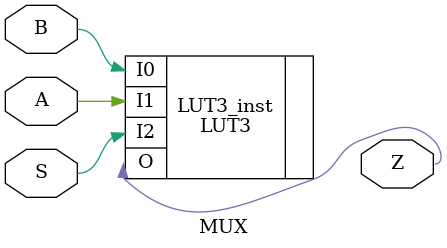
<source format=v>

/* ----- MULTIPLEXER 2:1 -----*/

`timescale 1ns / 100ps

module MUX (

   input  wire A, 
   input  wire B, 
   input  wire S, 
   
   output wire Z

) ;


//primitiva xilinx

   // LUT3: 3-input Look-Up Table with general output (Mapped to a LUT6)
   // 7 Series
   // Xilinx HDL Libraries Guide, version 2012.2
   LUT3 #(
      .INIT(8'b11001010) // Specify LUT Contents
      ) 
   LUT3_inst (
      .O (Z), // LUT general output
      .I0(B), // LUT input
      .I1(A), // LUT input
      .I2(S) // LUT input
      );
   // End of LUT3_inst instantiation

   //MUXF7: CLB MUX to tie two LUT6's together with general output
   // 7 Series
   // Xilinx HDL Libraries Guide, version 2012.2
   //   MUXF7 MUXF7_inst (
   //      .O (Z),   // Output of MUX to general routing
   //      .I0(B), // Input (tie to LUT6 O6 pin)
   //      .I1(A), // Input (tie to LUT6 O6 pin)
   //      .S (S)    // Input select to MUX
   //   );
   // End of MUXF7_inst instantiation


   /////////////////////////////////
   //// boolean function        ////
   /////////////////////////////////

  // assign #(10) Z = (A & S) | (B & ~S) ;


endmodule


</source>
